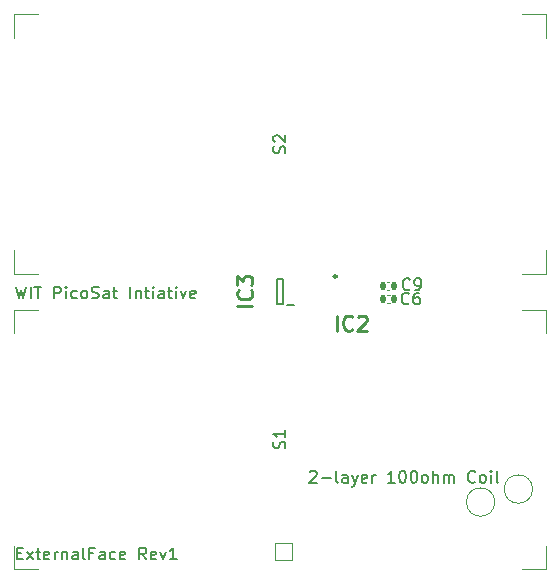
<source format=gto>
G04 #@! TF.GenerationSoftware,KiCad,Pcbnew,7.0.2*
G04 #@! TF.CreationDate,2023-06-06T15:19:24-04:00*
G04 #@! TF.ProjectId,ExternalFaces,45787465-726e-4616-9c46-616365732e6b,rev?*
G04 #@! TF.SameCoordinates,Original*
G04 #@! TF.FileFunction,Legend,Top*
G04 #@! TF.FilePolarity,Positive*
%FSLAX46Y46*%
G04 Gerber Fmt 4.6, Leading zero omitted, Abs format (unit mm)*
G04 Created by KiCad (PCBNEW 7.0.2) date 2023-06-06 15:19:24*
%MOMM*%
%LPD*%
G01*
G04 APERTURE LIST*
G04 Aperture macros list*
%AMRoundRect*
0 Rectangle with rounded corners*
0 $1 Rounding radius*
0 $2 $3 $4 $5 $6 $7 $8 $9 X,Y pos of 4 corners*
0 Add a 4 corners polygon primitive as box body*
4,1,4,$2,$3,$4,$5,$6,$7,$8,$9,$2,$3,0*
0 Add four circle primitives for the rounded corners*
1,1,$1+$1,$2,$3*
1,1,$1+$1,$4,$5*
1,1,$1+$1,$6,$7*
1,1,$1+$1,$8,$9*
0 Add four rect primitives between the rounded corners*
20,1,$1+$1,$2,$3,$4,$5,0*
20,1,$1+$1,$4,$5,$6,$7,0*
20,1,$1+$1,$6,$7,$8,$9,0*
20,1,$1+$1,$8,$9,$2,$3,0*%
G04 Aperture macros list end*
%ADD10C,0.150000*%
%ADD11C,0.254000*%
%ADD12C,0.120000*%
%ADD13C,0.200000*%
%ADD14C,0.250000*%
%ADD15RoundRect,0.140000X0.140000X0.170000X-0.140000X0.170000X-0.140000X-0.170000X0.140000X-0.170000X0*%
%ADD16R,0.620000X0.300000*%
%ADD17R,0.600000X0.350000*%
%ADD18R,1.100000X1.700000*%
%ADD19C,3.500000*%
%ADD20R,1.000000X1.000000*%
%ADD21C,2.000000*%
G04 APERTURE END LIST*
D10*
X107157143Y-96262619D02*
X107395238Y-97262619D01*
X107395238Y-97262619D02*
X107585714Y-96548333D01*
X107585714Y-96548333D02*
X107776190Y-97262619D01*
X107776190Y-97262619D02*
X108014286Y-96262619D01*
X108395238Y-97262619D02*
X108395238Y-96262619D01*
X108728571Y-96262619D02*
X109299999Y-96262619D01*
X109014285Y-97262619D02*
X109014285Y-96262619D01*
X110395238Y-97262619D02*
X110395238Y-96262619D01*
X110395238Y-96262619D02*
X110776190Y-96262619D01*
X110776190Y-96262619D02*
X110871428Y-96310238D01*
X110871428Y-96310238D02*
X110919047Y-96357857D01*
X110919047Y-96357857D02*
X110966666Y-96453095D01*
X110966666Y-96453095D02*
X110966666Y-96595952D01*
X110966666Y-96595952D02*
X110919047Y-96691190D01*
X110919047Y-96691190D02*
X110871428Y-96738809D01*
X110871428Y-96738809D02*
X110776190Y-96786428D01*
X110776190Y-96786428D02*
X110395238Y-96786428D01*
X111395238Y-97262619D02*
X111395238Y-96595952D01*
X111395238Y-96262619D02*
X111347619Y-96310238D01*
X111347619Y-96310238D02*
X111395238Y-96357857D01*
X111395238Y-96357857D02*
X111442857Y-96310238D01*
X111442857Y-96310238D02*
X111395238Y-96262619D01*
X111395238Y-96262619D02*
X111395238Y-96357857D01*
X112299999Y-97215000D02*
X112204761Y-97262619D01*
X112204761Y-97262619D02*
X112014285Y-97262619D01*
X112014285Y-97262619D02*
X111919047Y-97215000D01*
X111919047Y-97215000D02*
X111871428Y-97167380D01*
X111871428Y-97167380D02*
X111823809Y-97072142D01*
X111823809Y-97072142D02*
X111823809Y-96786428D01*
X111823809Y-96786428D02*
X111871428Y-96691190D01*
X111871428Y-96691190D02*
X111919047Y-96643571D01*
X111919047Y-96643571D02*
X112014285Y-96595952D01*
X112014285Y-96595952D02*
X112204761Y-96595952D01*
X112204761Y-96595952D02*
X112299999Y-96643571D01*
X112871428Y-97262619D02*
X112776190Y-97215000D01*
X112776190Y-97215000D02*
X112728571Y-97167380D01*
X112728571Y-97167380D02*
X112680952Y-97072142D01*
X112680952Y-97072142D02*
X112680952Y-96786428D01*
X112680952Y-96786428D02*
X112728571Y-96691190D01*
X112728571Y-96691190D02*
X112776190Y-96643571D01*
X112776190Y-96643571D02*
X112871428Y-96595952D01*
X112871428Y-96595952D02*
X113014285Y-96595952D01*
X113014285Y-96595952D02*
X113109523Y-96643571D01*
X113109523Y-96643571D02*
X113157142Y-96691190D01*
X113157142Y-96691190D02*
X113204761Y-96786428D01*
X113204761Y-96786428D02*
X113204761Y-97072142D01*
X113204761Y-97072142D02*
X113157142Y-97167380D01*
X113157142Y-97167380D02*
X113109523Y-97215000D01*
X113109523Y-97215000D02*
X113014285Y-97262619D01*
X113014285Y-97262619D02*
X112871428Y-97262619D01*
X113585714Y-97215000D02*
X113728571Y-97262619D01*
X113728571Y-97262619D02*
X113966666Y-97262619D01*
X113966666Y-97262619D02*
X114061904Y-97215000D01*
X114061904Y-97215000D02*
X114109523Y-97167380D01*
X114109523Y-97167380D02*
X114157142Y-97072142D01*
X114157142Y-97072142D02*
X114157142Y-96976904D01*
X114157142Y-96976904D02*
X114109523Y-96881666D01*
X114109523Y-96881666D02*
X114061904Y-96834047D01*
X114061904Y-96834047D02*
X113966666Y-96786428D01*
X113966666Y-96786428D02*
X113776190Y-96738809D01*
X113776190Y-96738809D02*
X113680952Y-96691190D01*
X113680952Y-96691190D02*
X113633333Y-96643571D01*
X113633333Y-96643571D02*
X113585714Y-96548333D01*
X113585714Y-96548333D02*
X113585714Y-96453095D01*
X113585714Y-96453095D02*
X113633333Y-96357857D01*
X113633333Y-96357857D02*
X113680952Y-96310238D01*
X113680952Y-96310238D02*
X113776190Y-96262619D01*
X113776190Y-96262619D02*
X114014285Y-96262619D01*
X114014285Y-96262619D02*
X114157142Y-96310238D01*
X115014285Y-97262619D02*
X115014285Y-96738809D01*
X115014285Y-96738809D02*
X114966666Y-96643571D01*
X114966666Y-96643571D02*
X114871428Y-96595952D01*
X114871428Y-96595952D02*
X114680952Y-96595952D01*
X114680952Y-96595952D02*
X114585714Y-96643571D01*
X115014285Y-97215000D02*
X114919047Y-97262619D01*
X114919047Y-97262619D02*
X114680952Y-97262619D01*
X114680952Y-97262619D02*
X114585714Y-97215000D01*
X114585714Y-97215000D02*
X114538095Y-97119761D01*
X114538095Y-97119761D02*
X114538095Y-97024523D01*
X114538095Y-97024523D02*
X114585714Y-96929285D01*
X114585714Y-96929285D02*
X114680952Y-96881666D01*
X114680952Y-96881666D02*
X114919047Y-96881666D01*
X114919047Y-96881666D02*
X115014285Y-96834047D01*
X115347619Y-96595952D02*
X115728571Y-96595952D01*
X115490476Y-96262619D02*
X115490476Y-97119761D01*
X115490476Y-97119761D02*
X115538095Y-97215000D01*
X115538095Y-97215000D02*
X115633333Y-97262619D01*
X115633333Y-97262619D02*
X115728571Y-97262619D01*
X116823810Y-97262619D02*
X116823810Y-96262619D01*
X117300000Y-96595952D02*
X117300000Y-97262619D01*
X117300000Y-96691190D02*
X117347619Y-96643571D01*
X117347619Y-96643571D02*
X117442857Y-96595952D01*
X117442857Y-96595952D02*
X117585714Y-96595952D01*
X117585714Y-96595952D02*
X117680952Y-96643571D01*
X117680952Y-96643571D02*
X117728571Y-96738809D01*
X117728571Y-96738809D02*
X117728571Y-97262619D01*
X118061905Y-96595952D02*
X118442857Y-96595952D01*
X118204762Y-96262619D02*
X118204762Y-97119761D01*
X118204762Y-97119761D02*
X118252381Y-97215000D01*
X118252381Y-97215000D02*
X118347619Y-97262619D01*
X118347619Y-97262619D02*
X118442857Y-97262619D01*
X118776191Y-97262619D02*
X118776191Y-96595952D01*
X118776191Y-96262619D02*
X118728572Y-96310238D01*
X118728572Y-96310238D02*
X118776191Y-96357857D01*
X118776191Y-96357857D02*
X118823810Y-96310238D01*
X118823810Y-96310238D02*
X118776191Y-96262619D01*
X118776191Y-96262619D02*
X118776191Y-96357857D01*
X119680952Y-97262619D02*
X119680952Y-96738809D01*
X119680952Y-96738809D02*
X119633333Y-96643571D01*
X119633333Y-96643571D02*
X119538095Y-96595952D01*
X119538095Y-96595952D02*
X119347619Y-96595952D01*
X119347619Y-96595952D02*
X119252381Y-96643571D01*
X119680952Y-97215000D02*
X119585714Y-97262619D01*
X119585714Y-97262619D02*
X119347619Y-97262619D01*
X119347619Y-97262619D02*
X119252381Y-97215000D01*
X119252381Y-97215000D02*
X119204762Y-97119761D01*
X119204762Y-97119761D02*
X119204762Y-97024523D01*
X119204762Y-97024523D02*
X119252381Y-96929285D01*
X119252381Y-96929285D02*
X119347619Y-96881666D01*
X119347619Y-96881666D02*
X119585714Y-96881666D01*
X119585714Y-96881666D02*
X119680952Y-96834047D01*
X120014286Y-96595952D02*
X120395238Y-96595952D01*
X120157143Y-96262619D02*
X120157143Y-97119761D01*
X120157143Y-97119761D02*
X120204762Y-97215000D01*
X120204762Y-97215000D02*
X120300000Y-97262619D01*
X120300000Y-97262619D02*
X120395238Y-97262619D01*
X120728572Y-97262619D02*
X120728572Y-96595952D01*
X120728572Y-96262619D02*
X120680953Y-96310238D01*
X120680953Y-96310238D02*
X120728572Y-96357857D01*
X120728572Y-96357857D02*
X120776191Y-96310238D01*
X120776191Y-96310238D02*
X120728572Y-96262619D01*
X120728572Y-96262619D02*
X120728572Y-96357857D01*
X121109524Y-96595952D02*
X121347619Y-97262619D01*
X121347619Y-97262619D02*
X121585714Y-96595952D01*
X122347619Y-97215000D02*
X122252381Y-97262619D01*
X122252381Y-97262619D02*
X122061905Y-97262619D01*
X122061905Y-97262619D02*
X121966667Y-97215000D01*
X121966667Y-97215000D02*
X121919048Y-97119761D01*
X121919048Y-97119761D02*
X121919048Y-96738809D01*
X121919048Y-96738809D02*
X121966667Y-96643571D01*
X121966667Y-96643571D02*
X122061905Y-96595952D01*
X122061905Y-96595952D02*
X122252381Y-96595952D01*
X122252381Y-96595952D02*
X122347619Y-96643571D01*
X122347619Y-96643571D02*
X122395238Y-96738809D01*
X122395238Y-96738809D02*
X122395238Y-96834047D01*
X122395238Y-96834047D02*
X121919048Y-96929285D01*
X107285713Y-118838809D02*
X107619046Y-118838809D01*
X107761903Y-119362619D02*
X107285713Y-119362619D01*
X107285713Y-119362619D02*
X107285713Y-118362619D01*
X107285713Y-118362619D02*
X107761903Y-118362619D01*
X108095237Y-119362619D02*
X108619046Y-118695952D01*
X108095237Y-118695952D02*
X108619046Y-119362619D01*
X108857142Y-118695952D02*
X109238094Y-118695952D01*
X108999999Y-118362619D02*
X108999999Y-119219761D01*
X108999999Y-119219761D02*
X109047618Y-119315000D01*
X109047618Y-119315000D02*
X109142856Y-119362619D01*
X109142856Y-119362619D02*
X109238094Y-119362619D01*
X109952380Y-119315000D02*
X109857142Y-119362619D01*
X109857142Y-119362619D02*
X109666666Y-119362619D01*
X109666666Y-119362619D02*
X109571428Y-119315000D01*
X109571428Y-119315000D02*
X109523809Y-119219761D01*
X109523809Y-119219761D02*
X109523809Y-118838809D01*
X109523809Y-118838809D02*
X109571428Y-118743571D01*
X109571428Y-118743571D02*
X109666666Y-118695952D01*
X109666666Y-118695952D02*
X109857142Y-118695952D01*
X109857142Y-118695952D02*
X109952380Y-118743571D01*
X109952380Y-118743571D02*
X109999999Y-118838809D01*
X109999999Y-118838809D02*
X109999999Y-118934047D01*
X109999999Y-118934047D02*
X109523809Y-119029285D01*
X110428571Y-119362619D02*
X110428571Y-118695952D01*
X110428571Y-118886428D02*
X110476190Y-118791190D01*
X110476190Y-118791190D02*
X110523809Y-118743571D01*
X110523809Y-118743571D02*
X110619047Y-118695952D01*
X110619047Y-118695952D02*
X110714285Y-118695952D01*
X111047619Y-118695952D02*
X111047619Y-119362619D01*
X111047619Y-118791190D02*
X111095238Y-118743571D01*
X111095238Y-118743571D02*
X111190476Y-118695952D01*
X111190476Y-118695952D02*
X111333333Y-118695952D01*
X111333333Y-118695952D02*
X111428571Y-118743571D01*
X111428571Y-118743571D02*
X111476190Y-118838809D01*
X111476190Y-118838809D02*
X111476190Y-119362619D01*
X112380952Y-119362619D02*
X112380952Y-118838809D01*
X112380952Y-118838809D02*
X112333333Y-118743571D01*
X112333333Y-118743571D02*
X112238095Y-118695952D01*
X112238095Y-118695952D02*
X112047619Y-118695952D01*
X112047619Y-118695952D02*
X111952381Y-118743571D01*
X112380952Y-119315000D02*
X112285714Y-119362619D01*
X112285714Y-119362619D02*
X112047619Y-119362619D01*
X112047619Y-119362619D02*
X111952381Y-119315000D01*
X111952381Y-119315000D02*
X111904762Y-119219761D01*
X111904762Y-119219761D02*
X111904762Y-119124523D01*
X111904762Y-119124523D02*
X111952381Y-119029285D01*
X111952381Y-119029285D02*
X112047619Y-118981666D01*
X112047619Y-118981666D02*
X112285714Y-118981666D01*
X112285714Y-118981666D02*
X112380952Y-118934047D01*
X113000000Y-119362619D02*
X112904762Y-119315000D01*
X112904762Y-119315000D02*
X112857143Y-119219761D01*
X112857143Y-119219761D02*
X112857143Y-118362619D01*
X113714286Y-118838809D02*
X113380953Y-118838809D01*
X113380953Y-119362619D02*
X113380953Y-118362619D01*
X113380953Y-118362619D02*
X113857143Y-118362619D01*
X114666667Y-119362619D02*
X114666667Y-118838809D01*
X114666667Y-118838809D02*
X114619048Y-118743571D01*
X114619048Y-118743571D02*
X114523810Y-118695952D01*
X114523810Y-118695952D02*
X114333334Y-118695952D01*
X114333334Y-118695952D02*
X114238096Y-118743571D01*
X114666667Y-119315000D02*
X114571429Y-119362619D01*
X114571429Y-119362619D02*
X114333334Y-119362619D01*
X114333334Y-119362619D02*
X114238096Y-119315000D01*
X114238096Y-119315000D02*
X114190477Y-119219761D01*
X114190477Y-119219761D02*
X114190477Y-119124523D01*
X114190477Y-119124523D02*
X114238096Y-119029285D01*
X114238096Y-119029285D02*
X114333334Y-118981666D01*
X114333334Y-118981666D02*
X114571429Y-118981666D01*
X114571429Y-118981666D02*
X114666667Y-118934047D01*
X115571429Y-119315000D02*
X115476191Y-119362619D01*
X115476191Y-119362619D02*
X115285715Y-119362619D01*
X115285715Y-119362619D02*
X115190477Y-119315000D01*
X115190477Y-119315000D02*
X115142858Y-119267380D01*
X115142858Y-119267380D02*
X115095239Y-119172142D01*
X115095239Y-119172142D02*
X115095239Y-118886428D01*
X115095239Y-118886428D02*
X115142858Y-118791190D01*
X115142858Y-118791190D02*
X115190477Y-118743571D01*
X115190477Y-118743571D02*
X115285715Y-118695952D01*
X115285715Y-118695952D02*
X115476191Y-118695952D01*
X115476191Y-118695952D02*
X115571429Y-118743571D01*
X116380953Y-119315000D02*
X116285715Y-119362619D01*
X116285715Y-119362619D02*
X116095239Y-119362619D01*
X116095239Y-119362619D02*
X116000001Y-119315000D01*
X116000001Y-119315000D02*
X115952382Y-119219761D01*
X115952382Y-119219761D02*
X115952382Y-118838809D01*
X115952382Y-118838809D02*
X116000001Y-118743571D01*
X116000001Y-118743571D02*
X116095239Y-118695952D01*
X116095239Y-118695952D02*
X116285715Y-118695952D01*
X116285715Y-118695952D02*
X116380953Y-118743571D01*
X116380953Y-118743571D02*
X116428572Y-118838809D01*
X116428572Y-118838809D02*
X116428572Y-118934047D01*
X116428572Y-118934047D02*
X115952382Y-119029285D01*
X118190477Y-119362619D02*
X117857144Y-118886428D01*
X117619049Y-119362619D02*
X117619049Y-118362619D01*
X117619049Y-118362619D02*
X118000001Y-118362619D01*
X118000001Y-118362619D02*
X118095239Y-118410238D01*
X118095239Y-118410238D02*
X118142858Y-118457857D01*
X118142858Y-118457857D02*
X118190477Y-118553095D01*
X118190477Y-118553095D02*
X118190477Y-118695952D01*
X118190477Y-118695952D02*
X118142858Y-118791190D01*
X118142858Y-118791190D02*
X118095239Y-118838809D01*
X118095239Y-118838809D02*
X118000001Y-118886428D01*
X118000001Y-118886428D02*
X117619049Y-118886428D01*
X119000001Y-119315000D02*
X118904763Y-119362619D01*
X118904763Y-119362619D02*
X118714287Y-119362619D01*
X118714287Y-119362619D02*
X118619049Y-119315000D01*
X118619049Y-119315000D02*
X118571430Y-119219761D01*
X118571430Y-119219761D02*
X118571430Y-118838809D01*
X118571430Y-118838809D02*
X118619049Y-118743571D01*
X118619049Y-118743571D02*
X118714287Y-118695952D01*
X118714287Y-118695952D02*
X118904763Y-118695952D01*
X118904763Y-118695952D02*
X119000001Y-118743571D01*
X119000001Y-118743571D02*
X119047620Y-118838809D01*
X119047620Y-118838809D02*
X119047620Y-118934047D01*
X119047620Y-118934047D02*
X118571430Y-119029285D01*
X119380954Y-118695952D02*
X119619049Y-119362619D01*
X119619049Y-119362619D02*
X119857144Y-118695952D01*
X120761906Y-119362619D02*
X120190478Y-119362619D01*
X120476192Y-119362619D02*
X120476192Y-118362619D01*
X120476192Y-118362619D02*
X120380954Y-118505476D01*
X120380954Y-118505476D02*
X120285716Y-118600714D01*
X120285716Y-118600714D02*
X120190478Y-118648333D01*
X132047618Y-111957857D02*
X132095237Y-111910238D01*
X132095237Y-111910238D02*
X132190475Y-111862619D01*
X132190475Y-111862619D02*
X132428570Y-111862619D01*
X132428570Y-111862619D02*
X132523808Y-111910238D01*
X132523808Y-111910238D02*
X132571427Y-111957857D01*
X132571427Y-111957857D02*
X132619046Y-112053095D01*
X132619046Y-112053095D02*
X132619046Y-112148333D01*
X132619046Y-112148333D02*
X132571427Y-112291190D01*
X132571427Y-112291190D02*
X131999999Y-112862619D01*
X131999999Y-112862619D02*
X132619046Y-112862619D01*
X133047618Y-112481666D02*
X133809523Y-112481666D01*
X134428570Y-112862619D02*
X134333332Y-112815000D01*
X134333332Y-112815000D02*
X134285713Y-112719761D01*
X134285713Y-112719761D02*
X134285713Y-111862619D01*
X135238094Y-112862619D02*
X135238094Y-112338809D01*
X135238094Y-112338809D02*
X135190475Y-112243571D01*
X135190475Y-112243571D02*
X135095237Y-112195952D01*
X135095237Y-112195952D02*
X134904761Y-112195952D01*
X134904761Y-112195952D02*
X134809523Y-112243571D01*
X135238094Y-112815000D02*
X135142856Y-112862619D01*
X135142856Y-112862619D02*
X134904761Y-112862619D01*
X134904761Y-112862619D02*
X134809523Y-112815000D01*
X134809523Y-112815000D02*
X134761904Y-112719761D01*
X134761904Y-112719761D02*
X134761904Y-112624523D01*
X134761904Y-112624523D02*
X134809523Y-112529285D01*
X134809523Y-112529285D02*
X134904761Y-112481666D01*
X134904761Y-112481666D02*
X135142856Y-112481666D01*
X135142856Y-112481666D02*
X135238094Y-112434047D01*
X135619047Y-112195952D02*
X135857142Y-112862619D01*
X136095237Y-112195952D02*
X135857142Y-112862619D01*
X135857142Y-112862619D02*
X135761904Y-113100714D01*
X135761904Y-113100714D02*
X135714285Y-113148333D01*
X135714285Y-113148333D02*
X135619047Y-113195952D01*
X136857142Y-112815000D02*
X136761904Y-112862619D01*
X136761904Y-112862619D02*
X136571428Y-112862619D01*
X136571428Y-112862619D02*
X136476190Y-112815000D01*
X136476190Y-112815000D02*
X136428571Y-112719761D01*
X136428571Y-112719761D02*
X136428571Y-112338809D01*
X136428571Y-112338809D02*
X136476190Y-112243571D01*
X136476190Y-112243571D02*
X136571428Y-112195952D01*
X136571428Y-112195952D02*
X136761904Y-112195952D01*
X136761904Y-112195952D02*
X136857142Y-112243571D01*
X136857142Y-112243571D02*
X136904761Y-112338809D01*
X136904761Y-112338809D02*
X136904761Y-112434047D01*
X136904761Y-112434047D02*
X136428571Y-112529285D01*
X137333333Y-112862619D02*
X137333333Y-112195952D01*
X137333333Y-112386428D02*
X137380952Y-112291190D01*
X137380952Y-112291190D02*
X137428571Y-112243571D01*
X137428571Y-112243571D02*
X137523809Y-112195952D01*
X137523809Y-112195952D02*
X137619047Y-112195952D01*
X139238095Y-112862619D02*
X138666667Y-112862619D01*
X138952381Y-112862619D02*
X138952381Y-111862619D01*
X138952381Y-111862619D02*
X138857143Y-112005476D01*
X138857143Y-112005476D02*
X138761905Y-112100714D01*
X138761905Y-112100714D02*
X138666667Y-112148333D01*
X139857143Y-111862619D02*
X139952381Y-111862619D01*
X139952381Y-111862619D02*
X140047619Y-111910238D01*
X140047619Y-111910238D02*
X140095238Y-111957857D01*
X140095238Y-111957857D02*
X140142857Y-112053095D01*
X140142857Y-112053095D02*
X140190476Y-112243571D01*
X140190476Y-112243571D02*
X140190476Y-112481666D01*
X140190476Y-112481666D02*
X140142857Y-112672142D01*
X140142857Y-112672142D02*
X140095238Y-112767380D01*
X140095238Y-112767380D02*
X140047619Y-112815000D01*
X140047619Y-112815000D02*
X139952381Y-112862619D01*
X139952381Y-112862619D02*
X139857143Y-112862619D01*
X139857143Y-112862619D02*
X139761905Y-112815000D01*
X139761905Y-112815000D02*
X139714286Y-112767380D01*
X139714286Y-112767380D02*
X139666667Y-112672142D01*
X139666667Y-112672142D02*
X139619048Y-112481666D01*
X139619048Y-112481666D02*
X139619048Y-112243571D01*
X139619048Y-112243571D02*
X139666667Y-112053095D01*
X139666667Y-112053095D02*
X139714286Y-111957857D01*
X139714286Y-111957857D02*
X139761905Y-111910238D01*
X139761905Y-111910238D02*
X139857143Y-111862619D01*
X140809524Y-111862619D02*
X140904762Y-111862619D01*
X140904762Y-111862619D02*
X141000000Y-111910238D01*
X141000000Y-111910238D02*
X141047619Y-111957857D01*
X141047619Y-111957857D02*
X141095238Y-112053095D01*
X141095238Y-112053095D02*
X141142857Y-112243571D01*
X141142857Y-112243571D02*
X141142857Y-112481666D01*
X141142857Y-112481666D02*
X141095238Y-112672142D01*
X141095238Y-112672142D02*
X141047619Y-112767380D01*
X141047619Y-112767380D02*
X141000000Y-112815000D01*
X141000000Y-112815000D02*
X140904762Y-112862619D01*
X140904762Y-112862619D02*
X140809524Y-112862619D01*
X140809524Y-112862619D02*
X140714286Y-112815000D01*
X140714286Y-112815000D02*
X140666667Y-112767380D01*
X140666667Y-112767380D02*
X140619048Y-112672142D01*
X140619048Y-112672142D02*
X140571429Y-112481666D01*
X140571429Y-112481666D02*
X140571429Y-112243571D01*
X140571429Y-112243571D02*
X140619048Y-112053095D01*
X140619048Y-112053095D02*
X140666667Y-111957857D01*
X140666667Y-111957857D02*
X140714286Y-111910238D01*
X140714286Y-111910238D02*
X140809524Y-111862619D01*
X141714286Y-112862619D02*
X141619048Y-112815000D01*
X141619048Y-112815000D02*
X141571429Y-112767380D01*
X141571429Y-112767380D02*
X141523810Y-112672142D01*
X141523810Y-112672142D02*
X141523810Y-112386428D01*
X141523810Y-112386428D02*
X141571429Y-112291190D01*
X141571429Y-112291190D02*
X141619048Y-112243571D01*
X141619048Y-112243571D02*
X141714286Y-112195952D01*
X141714286Y-112195952D02*
X141857143Y-112195952D01*
X141857143Y-112195952D02*
X141952381Y-112243571D01*
X141952381Y-112243571D02*
X142000000Y-112291190D01*
X142000000Y-112291190D02*
X142047619Y-112386428D01*
X142047619Y-112386428D02*
X142047619Y-112672142D01*
X142047619Y-112672142D02*
X142000000Y-112767380D01*
X142000000Y-112767380D02*
X141952381Y-112815000D01*
X141952381Y-112815000D02*
X141857143Y-112862619D01*
X141857143Y-112862619D02*
X141714286Y-112862619D01*
X142476191Y-112862619D02*
X142476191Y-111862619D01*
X142904762Y-112862619D02*
X142904762Y-112338809D01*
X142904762Y-112338809D02*
X142857143Y-112243571D01*
X142857143Y-112243571D02*
X142761905Y-112195952D01*
X142761905Y-112195952D02*
X142619048Y-112195952D01*
X142619048Y-112195952D02*
X142523810Y-112243571D01*
X142523810Y-112243571D02*
X142476191Y-112291190D01*
X143380953Y-112862619D02*
X143380953Y-112195952D01*
X143380953Y-112291190D02*
X143428572Y-112243571D01*
X143428572Y-112243571D02*
X143523810Y-112195952D01*
X143523810Y-112195952D02*
X143666667Y-112195952D01*
X143666667Y-112195952D02*
X143761905Y-112243571D01*
X143761905Y-112243571D02*
X143809524Y-112338809D01*
X143809524Y-112338809D02*
X143809524Y-112862619D01*
X143809524Y-112338809D02*
X143857143Y-112243571D01*
X143857143Y-112243571D02*
X143952381Y-112195952D01*
X143952381Y-112195952D02*
X144095238Y-112195952D01*
X144095238Y-112195952D02*
X144190477Y-112243571D01*
X144190477Y-112243571D02*
X144238096Y-112338809D01*
X144238096Y-112338809D02*
X144238096Y-112862619D01*
X146047619Y-112767380D02*
X146000000Y-112815000D01*
X146000000Y-112815000D02*
X145857143Y-112862619D01*
X145857143Y-112862619D02*
X145761905Y-112862619D01*
X145761905Y-112862619D02*
X145619048Y-112815000D01*
X145619048Y-112815000D02*
X145523810Y-112719761D01*
X145523810Y-112719761D02*
X145476191Y-112624523D01*
X145476191Y-112624523D02*
X145428572Y-112434047D01*
X145428572Y-112434047D02*
X145428572Y-112291190D01*
X145428572Y-112291190D02*
X145476191Y-112100714D01*
X145476191Y-112100714D02*
X145523810Y-112005476D01*
X145523810Y-112005476D02*
X145619048Y-111910238D01*
X145619048Y-111910238D02*
X145761905Y-111862619D01*
X145761905Y-111862619D02*
X145857143Y-111862619D01*
X145857143Y-111862619D02*
X146000000Y-111910238D01*
X146000000Y-111910238D02*
X146047619Y-111957857D01*
X146619048Y-112862619D02*
X146523810Y-112815000D01*
X146523810Y-112815000D02*
X146476191Y-112767380D01*
X146476191Y-112767380D02*
X146428572Y-112672142D01*
X146428572Y-112672142D02*
X146428572Y-112386428D01*
X146428572Y-112386428D02*
X146476191Y-112291190D01*
X146476191Y-112291190D02*
X146523810Y-112243571D01*
X146523810Y-112243571D02*
X146619048Y-112195952D01*
X146619048Y-112195952D02*
X146761905Y-112195952D01*
X146761905Y-112195952D02*
X146857143Y-112243571D01*
X146857143Y-112243571D02*
X146904762Y-112291190D01*
X146904762Y-112291190D02*
X146952381Y-112386428D01*
X146952381Y-112386428D02*
X146952381Y-112672142D01*
X146952381Y-112672142D02*
X146904762Y-112767380D01*
X146904762Y-112767380D02*
X146857143Y-112815000D01*
X146857143Y-112815000D02*
X146761905Y-112862619D01*
X146761905Y-112862619D02*
X146619048Y-112862619D01*
X147380953Y-112862619D02*
X147380953Y-112195952D01*
X147380953Y-111862619D02*
X147333334Y-111910238D01*
X147333334Y-111910238D02*
X147380953Y-111957857D01*
X147380953Y-111957857D02*
X147428572Y-111910238D01*
X147428572Y-111910238D02*
X147380953Y-111862619D01*
X147380953Y-111862619D02*
X147380953Y-111957857D01*
X148000000Y-112862619D02*
X147904762Y-112815000D01*
X147904762Y-112815000D02*
X147857143Y-112719761D01*
X147857143Y-112719761D02*
X147857143Y-111862619D01*
X140513333Y-96467380D02*
X140465714Y-96515000D01*
X140465714Y-96515000D02*
X140322857Y-96562619D01*
X140322857Y-96562619D02*
X140227619Y-96562619D01*
X140227619Y-96562619D02*
X140084762Y-96515000D01*
X140084762Y-96515000D02*
X139989524Y-96419761D01*
X139989524Y-96419761D02*
X139941905Y-96324523D01*
X139941905Y-96324523D02*
X139894286Y-96134047D01*
X139894286Y-96134047D02*
X139894286Y-95991190D01*
X139894286Y-95991190D02*
X139941905Y-95800714D01*
X139941905Y-95800714D02*
X139989524Y-95705476D01*
X139989524Y-95705476D02*
X140084762Y-95610238D01*
X140084762Y-95610238D02*
X140227619Y-95562619D01*
X140227619Y-95562619D02*
X140322857Y-95562619D01*
X140322857Y-95562619D02*
X140465714Y-95610238D01*
X140465714Y-95610238D02*
X140513333Y-95657857D01*
X140989524Y-96562619D02*
X141180000Y-96562619D01*
X141180000Y-96562619D02*
X141275238Y-96515000D01*
X141275238Y-96515000D02*
X141322857Y-96467380D01*
X141322857Y-96467380D02*
X141418095Y-96324523D01*
X141418095Y-96324523D02*
X141465714Y-96134047D01*
X141465714Y-96134047D02*
X141465714Y-95753095D01*
X141465714Y-95753095D02*
X141418095Y-95657857D01*
X141418095Y-95657857D02*
X141370476Y-95610238D01*
X141370476Y-95610238D02*
X141275238Y-95562619D01*
X141275238Y-95562619D02*
X141084762Y-95562619D01*
X141084762Y-95562619D02*
X140989524Y-95610238D01*
X140989524Y-95610238D02*
X140941905Y-95657857D01*
X140941905Y-95657857D02*
X140894286Y-95753095D01*
X140894286Y-95753095D02*
X140894286Y-95991190D01*
X140894286Y-95991190D02*
X140941905Y-96086428D01*
X140941905Y-96086428D02*
X140989524Y-96134047D01*
X140989524Y-96134047D02*
X141084762Y-96181666D01*
X141084762Y-96181666D02*
X141275238Y-96181666D01*
X141275238Y-96181666D02*
X141370476Y-96134047D01*
X141370476Y-96134047D02*
X141418095Y-96086428D01*
X141418095Y-96086428D02*
X141465714Y-95991190D01*
D11*
X127177526Y-97889762D02*
X125907526Y-97889762D01*
X127056573Y-96559285D02*
X127117050Y-96619761D01*
X127117050Y-96619761D02*
X127177526Y-96801190D01*
X127177526Y-96801190D02*
X127177526Y-96922142D01*
X127177526Y-96922142D02*
X127117050Y-97103571D01*
X127117050Y-97103571D02*
X126996097Y-97224523D01*
X126996097Y-97224523D02*
X126875145Y-97285000D01*
X126875145Y-97285000D02*
X126633240Y-97345476D01*
X126633240Y-97345476D02*
X126451811Y-97345476D01*
X126451811Y-97345476D02*
X126209907Y-97285000D01*
X126209907Y-97285000D02*
X126088954Y-97224523D01*
X126088954Y-97224523D02*
X125968002Y-97103571D01*
X125968002Y-97103571D02*
X125907526Y-96922142D01*
X125907526Y-96922142D02*
X125907526Y-96801190D01*
X125907526Y-96801190D02*
X125968002Y-96619761D01*
X125968002Y-96619761D02*
X126028478Y-96559285D01*
X125907526Y-96135952D02*
X125907526Y-95349761D01*
X125907526Y-95349761D02*
X126391335Y-95773095D01*
X126391335Y-95773095D02*
X126391335Y-95591666D01*
X126391335Y-95591666D02*
X126451811Y-95470714D01*
X126451811Y-95470714D02*
X126512288Y-95410238D01*
X126512288Y-95410238D02*
X126633240Y-95349761D01*
X126633240Y-95349761D02*
X126935621Y-95349761D01*
X126935621Y-95349761D02*
X127056573Y-95410238D01*
X127056573Y-95410238D02*
X127117050Y-95470714D01*
X127117050Y-95470714D02*
X127177526Y-95591666D01*
X127177526Y-95591666D02*
X127177526Y-95954523D01*
X127177526Y-95954523D02*
X127117050Y-96075476D01*
X127117050Y-96075476D02*
X127056573Y-96135952D01*
X134310237Y-99987526D02*
X134310237Y-98717526D01*
X135640714Y-99866573D02*
X135580238Y-99927050D01*
X135580238Y-99927050D02*
X135398809Y-99987526D01*
X135398809Y-99987526D02*
X135277857Y-99987526D01*
X135277857Y-99987526D02*
X135096428Y-99927050D01*
X135096428Y-99927050D02*
X134975476Y-99806097D01*
X134975476Y-99806097D02*
X134914999Y-99685145D01*
X134914999Y-99685145D02*
X134854523Y-99443240D01*
X134854523Y-99443240D02*
X134854523Y-99261811D01*
X134854523Y-99261811D02*
X134914999Y-99019907D01*
X134914999Y-99019907D02*
X134975476Y-98898954D01*
X134975476Y-98898954D02*
X135096428Y-98778002D01*
X135096428Y-98778002D02*
X135277857Y-98717526D01*
X135277857Y-98717526D02*
X135398809Y-98717526D01*
X135398809Y-98717526D02*
X135580238Y-98778002D01*
X135580238Y-98778002D02*
X135640714Y-98838478D01*
X136124523Y-98838478D02*
X136184999Y-98778002D01*
X136184999Y-98778002D02*
X136305952Y-98717526D01*
X136305952Y-98717526D02*
X136608333Y-98717526D01*
X136608333Y-98717526D02*
X136729285Y-98778002D01*
X136729285Y-98778002D02*
X136789761Y-98838478D01*
X136789761Y-98838478D02*
X136850238Y-98959430D01*
X136850238Y-98959430D02*
X136850238Y-99080383D01*
X136850238Y-99080383D02*
X136789761Y-99261811D01*
X136789761Y-99261811D02*
X136064047Y-99987526D01*
X136064047Y-99987526D02*
X136850238Y-99987526D01*
D10*
X140433333Y-97667380D02*
X140385714Y-97715000D01*
X140385714Y-97715000D02*
X140242857Y-97762619D01*
X140242857Y-97762619D02*
X140147619Y-97762619D01*
X140147619Y-97762619D02*
X140004762Y-97715000D01*
X140004762Y-97715000D02*
X139909524Y-97619761D01*
X139909524Y-97619761D02*
X139861905Y-97524523D01*
X139861905Y-97524523D02*
X139814286Y-97334047D01*
X139814286Y-97334047D02*
X139814286Y-97191190D01*
X139814286Y-97191190D02*
X139861905Y-97000714D01*
X139861905Y-97000714D02*
X139909524Y-96905476D01*
X139909524Y-96905476D02*
X140004762Y-96810238D01*
X140004762Y-96810238D02*
X140147619Y-96762619D01*
X140147619Y-96762619D02*
X140242857Y-96762619D01*
X140242857Y-96762619D02*
X140385714Y-96810238D01*
X140385714Y-96810238D02*
X140433333Y-96857857D01*
X141290476Y-96762619D02*
X141100000Y-96762619D01*
X141100000Y-96762619D02*
X141004762Y-96810238D01*
X141004762Y-96810238D02*
X140957143Y-96857857D01*
X140957143Y-96857857D02*
X140861905Y-97000714D01*
X140861905Y-97000714D02*
X140814286Y-97191190D01*
X140814286Y-97191190D02*
X140814286Y-97572142D01*
X140814286Y-97572142D02*
X140861905Y-97667380D01*
X140861905Y-97667380D02*
X140909524Y-97715000D01*
X140909524Y-97715000D02*
X141004762Y-97762619D01*
X141004762Y-97762619D02*
X141195238Y-97762619D01*
X141195238Y-97762619D02*
X141290476Y-97715000D01*
X141290476Y-97715000D02*
X141338095Y-97667380D01*
X141338095Y-97667380D02*
X141385714Y-97572142D01*
X141385714Y-97572142D02*
X141385714Y-97334047D01*
X141385714Y-97334047D02*
X141338095Y-97238809D01*
X141338095Y-97238809D02*
X141290476Y-97191190D01*
X141290476Y-97191190D02*
X141195238Y-97143571D01*
X141195238Y-97143571D02*
X141004762Y-97143571D01*
X141004762Y-97143571D02*
X140909524Y-97191190D01*
X140909524Y-97191190D02*
X140861905Y-97238809D01*
X140861905Y-97238809D02*
X140814286Y-97334047D01*
X129915000Y-84961904D02*
X129962619Y-84819047D01*
X129962619Y-84819047D02*
X129962619Y-84580952D01*
X129962619Y-84580952D02*
X129915000Y-84485714D01*
X129915000Y-84485714D02*
X129867380Y-84438095D01*
X129867380Y-84438095D02*
X129772142Y-84390476D01*
X129772142Y-84390476D02*
X129676904Y-84390476D01*
X129676904Y-84390476D02*
X129581666Y-84438095D01*
X129581666Y-84438095D02*
X129534047Y-84485714D01*
X129534047Y-84485714D02*
X129486428Y-84580952D01*
X129486428Y-84580952D02*
X129438809Y-84771428D01*
X129438809Y-84771428D02*
X129391190Y-84866666D01*
X129391190Y-84866666D02*
X129343571Y-84914285D01*
X129343571Y-84914285D02*
X129248333Y-84961904D01*
X129248333Y-84961904D02*
X129153095Y-84961904D01*
X129153095Y-84961904D02*
X129057857Y-84914285D01*
X129057857Y-84914285D02*
X129010238Y-84866666D01*
X129010238Y-84866666D02*
X128962619Y-84771428D01*
X128962619Y-84771428D02*
X128962619Y-84533333D01*
X128962619Y-84533333D02*
X129010238Y-84390476D01*
X129057857Y-84009523D02*
X129010238Y-83961904D01*
X129010238Y-83961904D02*
X128962619Y-83866666D01*
X128962619Y-83866666D02*
X128962619Y-83628571D01*
X128962619Y-83628571D02*
X129010238Y-83533333D01*
X129010238Y-83533333D02*
X129057857Y-83485714D01*
X129057857Y-83485714D02*
X129153095Y-83438095D01*
X129153095Y-83438095D02*
X129248333Y-83438095D01*
X129248333Y-83438095D02*
X129391190Y-83485714D01*
X129391190Y-83485714D02*
X129962619Y-84057142D01*
X129962619Y-84057142D02*
X129962619Y-83438095D01*
X129915000Y-109961904D02*
X129962619Y-109819047D01*
X129962619Y-109819047D02*
X129962619Y-109580952D01*
X129962619Y-109580952D02*
X129915000Y-109485714D01*
X129915000Y-109485714D02*
X129867380Y-109438095D01*
X129867380Y-109438095D02*
X129772142Y-109390476D01*
X129772142Y-109390476D02*
X129676904Y-109390476D01*
X129676904Y-109390476D02*
X129581666Y-109438095D01*
X129581666Y-109438095D02*
X129534047Y-109485714D01*
X129534047Y-109485714D02*
X129486428Y-109580952D01*
X129486428Y-109580952D02*
X129438809Y-109771428D01*
X129438809Y-109771428D02*
X129391190Y-109866666D01*
X129391190Y-109866666D02*
X129343571Y-109914285D01*
X129343571Y-109914285D02*
X129248333Y-109961904D01*
X129248333Y-109961904D02*
X129153095Y-109961904D01*
X129153095Y-109961904D02*
X129057857Y-109914285D01*
X129057857Y-109914285D02*
X129010238Y-109866666D01*
X129010238Y-109866666D02*
X128962619Y-109771428D01*
X128962619Y-109771428D02*
X128962619Y-109533333D01*
X128962619Y-109533333D02*
X129010238Y-109390476D01*
X129962619Y-108438095D02*
X129962619Y-109009523D01*
X129962619Y-108723809D02*
X128962619Y-108723809D01*
X128962619Y-108723809D02*
X129105476Y-108819047D01*
X129105476Y-108819047D02*
X129200714Y-108914285D01*
X129200714Y-108914285D02*
X129248333Y-109009523D01*
D12*
X138787836Y-96560000D02*
X138572164Y-96560000D01*
X138787836Y-95840000D02*
X138572164Y-95840000D01*
D13*
X130710000Y-97800000D02*
X130090000Y-97800000D01*
X129740000Y-97700000D02*
X129240000Y-97700000D01*
X129740000Y-95600000D02*
X129740000Y-97700000D01*
X129240000Y-97700000D02*
X129240000Y-95600000D01*
X129240000Y-95600000D02*
X129740000Y-95600000D01*
D14*
X134325000Y-95400000D02*
G75*
G03*
X134325000Y-95400000I-125000J0D01*
G01*
D12*
X138807836Y-97660000D02*
X138592164Y-97660000D01*
X138807836Y-96940000D02*
X138592164Y-96940000D01*
X152000000Y-95200000D02*
X152000000Y-93200000D01*
X152000000Y-95200000D02*
X150000000Y-95200000D01*
X152000000Y-73200000D02*
X152000000Y-75200000D01*
X152000000Y-73200000D02*
X150000000Y-73200000D01*
X107000000Y-95200000D02*
X109000000Y-95200000D01*
X107000000Y-95200000D02*
X107000000Y-93200000D01*
X107000000Y-73200000D02*
X109000000Y-73200000D01*
X107000000Y-73200000D02*
X107000000Y-75200000D01*
X129100000Y-118000000D02*
X130500000Y-118000000D01*
X129100000Y-119400000D02*
X129100000Y-118000000D01*
X130500000Y-118000000D02*
X130500000Y-119400000D01*
X130500000Y-119400000D02*
X129100000Y-119400000D01*
X152000000Y-120200000D02*
X152000000Y-118200000D01*
X152000000Y-120200000D02*
X150000000Y-120200000D01*
X152000000Y-98200000D02*
X152000000Y-100200000D01*
X152000000Y-98200000D02*
X150000000Y-98200000D01*
X107000000Y-120200000D02*
X109000000Y-120200000D01*
X107000000Y-120200000D02*
X107000000Y-118200000D01*
X107000000Y-98200000D02*
X109000000Y-98200000D01*
X107000000Y-98200000D02*
X107000000Y-100200000D01*
X147700000Y-114500000D02*
G75*
G03*
X147700000Y-114500000I-1200000J0D01*
G01*
X150900000Y-113400000D02*
G75*
G03*
X150900000Y-113400000I-1200000J0D01*
G01*
%LPC*%
D15*
X139160000Y-96200000D03*
X138200000Y-96200000D03*
D16*
X130400000Y-97400000D03*
X130400000Y-96900000D03*
X130400000Y-96400000D03*
X130400000Y-95900000D03*
X128580000Y-95900000D03*
X128580000Y-96400000D03*
X128580000Y-96900000D03*
X128580000Y-97400000D03*
D17*
X134500000Y-96075000D03*
X134500000Y-96725000D03*
X134500000Y-97375000D03*
X136600000Y-97375000D03*
X136600000Y-96725000D03*
X136600000Y-96075000D03*
D18*
X135550000Y-96725000D03*
D15*
X139180000Y-97300000D03*
X138220000Y-97300000D03*
D19*
X149000000Y-84200000D03*
X110000000Y-84200000D03*
D20*
X129800000Y-118700000D03*
D19*
X149000000Y-109200000D03*
X110000000Y-109200000D03*
D21*
X146500000Y-114500000D03*
X149700000Y-113400000D03*
%LPD*%
M02*

</source>
